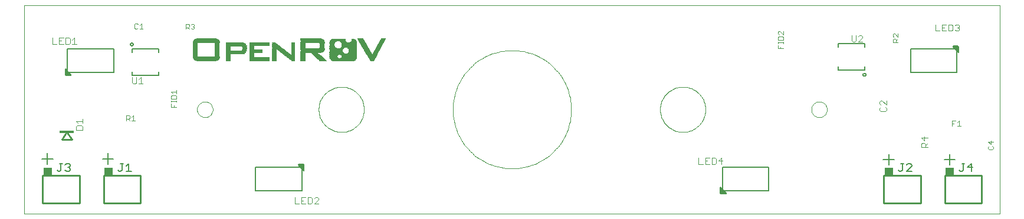
<source format=gto>
G75*
G70*
%OFA0B0*%
%FSLAX24Y24*%
%IPPOS*%
%LPD*%
%AMOC8*
5,1,8,0,0,1.08239X$1,22.5*
%
%ADD10C,0.0000*%
%ADD11C,0.0080*%
%ADD12C,0.0100*%
%ADD13C,0.0050*%
%ADD14R,0.0500X0.0500*%
%ADD15C,0.0040*%
%ADD16R,0.0827X0.0118*%
%ADD17C,0.0030*%
%ADD18R,0.0250X0.0010*%
%ADD19R,0.0170X0.0010*%
%ADD20R,0.0300X0.0010*%
%ADD21R,0.0040X0.0010*%
%ADD22R,0.1190X0.0010*%
%ADD23R,0.1120X0.0010*%
%ADD24R,0.1130X0.0010*%
%ADD25R,0.0240X0.0010*%
%ADD26R,0.0190X0.0010*%
%ADD27R,0.0420X0.0010*%
%ADD28R,0.1270X0.0010*%
%ADD29R,0.0210X0.0010*%
%ADD30R,0.1250X0.0010*%
%ADD31R,0.0200X0.0010*%
%ADD32R,0.0410X0.0010*%
%ADD33R,0.1310X0.0010*%
%ADD34R,0.0230X0.0010*%
%ADD35R,0.1280X0.0010*%
%ADD36R,0.1330X0.0010*%
%ADD37R,0.1320X0.0010*%
%ADD38R,0.0220X0.0010*%
%ADD39R,0.1370X0.0010*%
%ADD40R,0.1360X0.0010*%
%ADD41R,0.1400X0.0010*%
%ADD42R,0.0260X0.0010*%
%ADD43R,0.1410X0.0010*%
%ADD44R,0.0270X0.0010*%
%ADD45R,0.1430X0.0010*%
%ADD46R,0.0290X0.0010*%
%ADD47R,0.1420X0.0010*%
%ADD48R,0.0280X0.0010*%
%ADD49R,0.1450X0.0010*%
%ADD50R,0.0400X0.0010*%
%ADD51R,0.1460X0.0010*%
%ADD52R,0.1480X0.0010*%
%ADD53R,0.0310X0.0010*%
%ADD54R,0.1490X0.0010*%
%ADD55R,0.0330X0.0010*%
%ADD56R,0.1470X0.0010*%
%ADD57R,0.0340X0.0010*%
%ADD58R,0.1510X0.0010*%
%ADD59R,0.0350X0.0010*%
%ADD60R,0.0360X0.0010*%
%ADD61R,0.0520X0.0010*%
%ADD62R,0.0940X0.0010*%
%ADD63R,0.1500X0.0010*%
%ADD64R,0.0390X0.0010*%
%ADD65R,0.0500X0.0010*%
%ADD66R,0.0920X0.0010*%
%ADD67R,0.0370X0.0010*%
%ADD68R,0.0380X0.0010*%
%ADD69R,0.0900X0.0010*%
%ADD70R,0.1520X0.0010*%
%ADD71R,0.0490X0.0010*%
%ADD72R,0.0890X0.0010*%
%ADD73R,0.0880X0.0010*%
%ADD74R,0.1530X0.0010*%
%ADD75R,0.0480X0.0010*%
%ADD76R,0.0430X0.0010*%
%ADD77R,0.0470X0.0010*%
%ADD78R,0.0440X0.0010*%
%ADD79R,0.0870X0.0010*%
%ADD80R,0.0450X0.0010*%
%ADD81R,0.0460X0.0010*%
%ADD82R,0.0510X0.0010*%
%ADD83R,0.0530X0.0010*%
%ADD84R,0.0540X0.0010*%
%ADD85R,0.0550X0.0010*%
%ADD86R,0.0570X0.0010*%
%ADD87R,0.0560X0.0010*%
%ADD88R,0.0590X0.0010*%
%ADD89R,0.0580X0.0010*%
%ADD90R,0.0930X0.0010*%
%ADD91R,0.0600X0.0010*%
%ADD92R,0.1550X0.0010*%
%ADD93R,0.0320X0.0010*%
%ADD94R,0.1020X0.0010*%
%ADD95R,0.1040X0.0010*%
%ADD96R,0.1070X0.0010*%
%ADD97R,0.0840X0.0010*%
%ADD98R,0.1090X0.0010*%
%ADD99R,0.0820X0.0010*%
%ADD100R,0.1110X0.0010*%
%ADD101R,0.0760X0.0010*%
%ADD102R,0.0800X0.0010*%
%ADD103R,0.0790X0.0010*%
%ADD104R,0.1180X0.0010*%
%ADD105R,0.0780X0.0010*%
%ADD106R,0.1140X0.0010*%
%ADD107R,0.1240X0.0010*%
%ADD108R,0.0770X0.0010*%
%ADD109R,0.1150X0.0010*%
%ADD110R,0.1290X0.0010*%
%ADD111R,0.1160X0.0010*%
%ADD112R,0.0750X0.0010*%
%ADD113R,0.1340X0.0010*%
%ADD114R,0.1170X0.0010*%
%ADD115R,0.1350X0.0010*%
%ADD116R,0.0610X0.0010*%
%ADD117R,0.0860X0.0010*%
%ADD118R,0.0850X0.0010*%
%ADD119R,0.1050X0.0010*%
%ADD120R,0.1030X0.0010*%
%ADD121R,0.0180X0.0010*%
%ADD122R,0.1440X0.0010*%
%ADD123R,0.0830X0.0010*%
%ADD124R,0.1390X0.0010*%
%ADD125R,0.0810X0.0010*%
%ADD126R,0.1300X0.0010*%
%ADD127R,0.0160X0.0010*%
%ADD128R,0.0150X0.0010*%
%ADD129R,0.1210X0.0010*%
%ADD130R,0.1200X0.0010*%
%ADD131R,0.0720X0.0010*%
%ADD132R,0.0120X0.0010*%
D10*
X000377Y000280D02*
X055495Y000280D01*
X055495Y012091D01*
X000377Y012091D01*
X000377Y000280D01*
X010135Y006186D02*
X010137Y006227D01*
X010143Y006269D01*
X010152Y006309D01*
X010166Y006348D01*
X010183Y006386D01*
X010203Y006422D01*
X010227Y006456D01*
X010254Y006488D01*
X010284Y006517D01*
X010316Y006543D01*
X010351Y006566D01*
X010387Y006586D01*
X010425Y006602D01*
X010465Y006614D01*
X010506Y006623D01*
X010547Y006628D01*
X010588Y006629D01*
X010630Y006626D01*
X010671Y006619D01*
X010711Y006609D01*
X010750Y006594D01*
X010787Y006576D01*
X010823Y006555D01*
X010857Y006530D01*
X010888Y006503D01*
X010916Y006473D01*
X010941Y006440D01*
X010963Y006404D01*
X010982Y006367D01*
X010997Y006329D01*
X011009Y006289D01*
X011017Y006248D01*
X011021Y006207D01*
X011021Y006165D01*
X011017Y006124D01*
X011009Y006083D01*
X010997Y006043D01*
X010982Y006005D01*
X010963Y005968D01*
X010941Y005932D01*
X010916Y005899D01*
X010888Y005869D01*
X010857Y005842D01*
X010823Y005817D01*
X010787Y005796D01*
X010750Y005778D01*
X010711Y005763D01*
X010671Y005753D01*
X010630Y005746D01*
X010588Y005743D01*
X010547Y005744D01*
X010506Y005749D01*
X010465Y005758D01*
X010425Y005770D01*
X010387Y005786D01*
X010351Y005806D01*
X010316Y005829D01*
X010284Y005855D01*
X010254Y005884D01*
X010227Y005916D01*
X010203Y005950D01*
X010183Y005986D01*
X010166Y006024D01*
X010152Y006063D01*
X010143Y006103D01*
X010137Y006145D01*
X010135Y006186D01*
X017010Y006186D02*
X017012Y006257D01*
X017018Y006328D01*
X017028Y006399D01*
X017042Y006468D01*
X017059Y006537D01*
X017081Y006605D01*
X017106Y006672D01*
X017135Y006737D01*
X017167Y006800D01*
X017203Y006862D01*
X017242Y006921D01*
X017285Y006978D01*
X017330Y007033D01*
X017379Y007085D01*
X017430Y007134D01*
X017484Y007180D01*
X017541Y007224D01*
X017599Y007264D01*
X017660Y007300D01*
X017723Y007334D01*
X017788Y007363D01*
X017854Y007389D01*
X017922Y007412D01*
X017990Y007430D01*
X018060Y007445D01*
X018130Y007456D01*
X018201Y007463D01*
X018272Y007466D01*
X018343Y007465D01*
X018414Y007460D01*
X018485Y007451D01*
X018555Y007438D01*
X018624Y007422D01*
X018692Y007401D01*
X018759Y007377D01*
X018825Y007349D01*
X018888Y007317D01*
X018950Y007282D01*
X019010Y007244D01*
X019068Y007202D01*
X019123Y007158D01*
X019176Y007110D01*
X019226Y007059D01*
X019273Y007006D01*
X019317Y006950D01*
X019358Y006892D01*
X019396Y006831D01*
X019430Y006769D01*
X019460Y006704D01*
X019487Y006639D01*
X019511Y006571D01*
X019530Y006503D01*
X019546Y006434D01*
X019558Y006363D01*
X019566Y006293D01*
X019570Y006222D01*
X019570Y006150D01*
X019566Y006079D01*
X019558Y006009D01*
X019546Y005938D01*
X019530Y005869D01*
X019511Y005801D01*
X019487Y005733D01*
X019460Y005668D01*
X019430Y005603D01*
X019396Y005541D01*
X019358Y005480D01*
X019317Y005422D01*
X019273Y005366D01*
X019226Y005313D01*
X019176Y005262D01*
X019123Y005214D01*
X019068Y005170D01*
X019010Y005128D01*
X018950Y005090D01*
X018888Y005055D01*
X018825Y005023D01*
X018759Y004995D01*
X018692Y004971D01*
X018624Y004950D01*
X018555Y004934D01*
X018485Y004921D01*
X018414Y004912D01*
X018343Y004907D01*
X018272Y004906D01*
X018201Y004909D01*
X018130Y004916D01*
X018060Y004927D01*
X017990Y004942D01*
X017922Y004960D01*
X017854Y004983D01*
X017788Y005009D01*
X017723Y005038D01*
X017660Y005072D01*
X017599Y005108D01*
X017541Y005148D01*
X017484Y005192D01*
X017430Y005238D01*
X017379Y005287D01*
X017330Y005339D01*
X017285Y005394D01*
X017242Y005451D01*
X017203Y005510D01*
X017167Y005572D01*
X017135Y005635D01*
X017106Y005700D01*
X017081Y005767D01*
X017059Y005835D01*
X017042Y005904D01*
X017028Y005973D01*
X017018Y006044D01*
X017012Y006115D01*
X017010Y006186D01*
X024590Y006186D02*
X024594Y006350D01*
X024606Y006514D01*
X024626Y006677D01*
X024654Y006839D01*
X024690Y006999D01*
X024734Y007157D01*
X024786Y007313D01*
X024845Y007466D01*
X024911Y007617D01*
X024985Y007763D01*
X025066Y007906D01*
X025154Y008045D01*
X025248Y008179D01*
X025350Y008309D01*
X025457Y008433D01*
X025570Y008552D01*
X025689Y008665D01*
X025813Y008772D01*
X025943Y008874D01*
X026077Y008968D01*
X026216Y009056D01*
X026359Y009137D01*
X026505Y009211D01*
X026656Y009277D01*
X026809Y009336D01*
X026965Y009388D01*
X027123Y009432D01*
X027283Y009468D01*
X027445Y009496D01*
X027608Y009516D01*
X027772Y009528D01*
X027936Y009532D01*
X028100Y009528D01*
X028264Y009516D01*
X028427Y009496D01*
X028589Y009468D01*
X028749Y009432D01*
X028907Y009388D01*
X029063Y009336D01*
X029216Y009277D01*
X029367Y009211D01*
X029513Y009137D01*
X029656Y009056D01*
X029795Y008968D01*
X029929Y008874D01*
X030059Y008772D01*
X030183Y008665D01*
X030302Y008552D01*
X030415Y008433D01*
X030522Y008309D01*
X030624Y008179D01*
X030718Y008045D01*
X030806Y007906D01*
X030887Y007763D01*
X030961Y007617D01*
X031027Y007466D01*
X031086Y007313D01*
X031138Y007157D01*
X031182Y006999D01*
X031218Y006839D01*
X031246Y006677D01*
X031266Y006514D01*
X031278Y006350D01*
X031282Y006186D01*
X031278Y006022D01*
X031266Y005858D01*
X031246Y005695D01*
X031218Y005533D01*
X031182Y005373D01*
X031138Y005215D01*
X031086Y005059D01*
X031027Y004906D01*
X030961Y004755D01*
X030887Y004609D01*
X030806Y004466D01*
X030718Y004327D01*
X030624Y004193D01*
X030522Y004063D01*
X030415Y003939D01*
X030302Y003820D01*
X030183Y003707D01*
X030059Y003600D01*
X029929Y003498D01*
X029795Y003404D01*
X029656Y003316D01*
X029513Y003235D01*
X029367Y003161D01*
X029216Y003095D01*
X029063Y003036D01*
X028907Y002984D01*
X028749Y002940D01*
X028589Y002904D01*
X028427Y002876D01*
X028264Y002856D01*
X028100Y002844D01*
X027936Y002840D01*
X027772Y002844D01*
X027608Y002856D01*
X027445Y002876D01*
X027283Y002904D01*
X027123Y002940D01*
X026965Y002984D01*
X026809Y003036D01*
X026656Y003095D01*
X026505Y003161D01*
X026359Y003235D01*
X026216Y003316D01*
X026077Y003404D01*
X025943Y003498D01*
X025813Y003600D01*
X025689Y003707D01*
X025570Y003820D01*
X025457Y003939D01*
X025350Y004063D01*
X025248Y004193D01*
X025154Y004327D01*
X025066Y004466D01*
X024985Y004609D01*
X024911Y004755D01*
X024845Y004906D01*
X024786Y005059D01*
X024734Y005215D01*
X024690Y005373D01*
X024654Y005533D01*
X024626Y005695D01*
X024606Y005858D01*
X024594Y006022D01*
X024590Y006186D01*
X036302Y006186D02*
X036304Y006257D01*
X036310Y006328D01*
X036320Y006399D01*
X036334Y006468D01*
X036351Y006537D01*
X036373Y006605D01*
X036398Y006672D01*
X036427Y006737D01*
X036459Y006800D01*
X036495Y006862D01*
X036534Y006921D01*
X036577Y006978D01*
X036622Y007033D01*
X036671Y007085D01*
X036722Y007134D01*
X036776Y007180D01*
X036833Y007224D01*
X036891Y007264D01*
X036952Y007300D01*
X037015Y007334D01*
X037080Y007363D01*
X037146Y007389D01*
X037214Y007412D01*
X037282Y007430D01*
X037352Y007445D01*
X037422Y007456D01*
X037493Y007463D01*
X037564Y007466D01*
X037635Y007465D01*
X037706Y007460D01*
X037777Y007451D01*
X037847Y007438D01*
X037916Y007422D01*
X037984Y007401D01*
X038051Y007377D01*
X038117Y007349D01*
X038180Y007317D01*
X038242Y007282D01*
X038302Y007244D01*
X038360Y007202D01*
X038415Y007158D01*
X038468Y007110D01*
X038518Y007059D01*
X038565Y007006D01*
X038609Y006950D01*
X038650Y006892D01*
X038688Y006831D01*
X038722Y006769D01*
X038752Y006704D01*
X038779Y006639D01*
X038803Y006571D01*
X038822Y006503D01*
X038838Y006434D01*
X038850Y006363D01*
X038858Y006293D01*
X038862Y006222D01*
X038862Y006150D01*
X038858Y006079D01*
X038850Y006009D01*
X038838Y005938D01*
X038822Y005869D01*
X038803Y005801D01*
X038779Y005733D01*
X038752Y005668D01*
X038722Y005603D01*
X038688Y005541D01*
X038650Y005480D01*
X038609Y005422D01*
X038565Y005366D01*
X038518Y005313D01*
X038468Y005262D01*
X038415Y005214D01*
X038360Y005170D01*
X038302Y005128D01*
X038242Y005090D01*
X038180Y005055D01*
X038117Y005023D01*
X038051Y004995D01*
X037984Y004971D01*
X037916Y004950D01*
X037847Y004934D01*
X037777Y004921D01*
X037706Y004912D01*
X037635Y004907D01*
X037564Y004906D01*
X037493Y004909D01*
X037422Y004916D01*
X037352Y004927D01*
X037282Y004942D01*
X037214Y004960D01*
X037146Y004983D01*
X037080Y005009D01*
X037015Y005038D01*
X036952Y005072D01*
X036891Y005108D01*
X036833Y005148D01*
X036776Y005192D01*
X036722Y005238D01*
X036671Y005287D01*
X036622Y005339D01*
X036577Y005394D01*
X036534Y005451D01*
X036495Y005510D01*
X036459Y005572D01*
X036427Y005635D01*
X036398Y005700D01*
X036373Y005767D01*
X036351Y005835D01*
X036334Y005904D01*
X036320Y005973D01*
X036310Y006044D01*
X036304Y006115D01*
X036302Y006186D01*
X044851Y006186D02*
X044853Y006227D01*
X044859Y006269D01*
X044868Y006309D01*
X044882Y006348D01*
X044899Y006386D01*
X044919Y006422D01*
X044943Y006456D01*
X044970Y006488D01*
X045000Y006517D01*
X045032Y006543D01*
X045067Y006566D01*
X045103Y006586D01*
X045141Y006602D01*
X045181Y006614D01*
X045222Y006623D01*
X045263Y006628D01*
X045304Y006629D01*
X045346Y006626D01*
X045387Y006619D01*
X045427Y006609D01*
X045466Y006594D01*
X045503Y006576D01*
X045539Y006555D01*
X045573Y006530D01*
X045604Y006503D01*
X045632Y006473D01*
X045657Y006440D01*
X045679Y006404D01*
X045698Y006367D01*
X045713Y006329D01*
X045725Y006289D01*
X045733Y006248D01*
X045737Y006207D01*
X045737Y006165D01*
X045733Y006124D01*
X045725Y006083D01*
X045713Y006043D01*
X045698Y006005D01*
X045679Y005968D01*
X045657Y005932D01*
X045632Y005899D01*
X045604Y005869D01*
X045573Y005842D01*
X045539Y005817D01*
X045503Y005796D01*
X045466Y005778D01*
X045427Y005763D01*
X045387Y005753D01*
X045346Y005746D01*
X045304Y005743D01*
X045263Y005744D01*
X045222Y005749D01*
X045181Y005758D01*
X045141Y005770D01*
X045103Y005786D01*
X045067Y005806D01*
X045032Y005829D01*
X045000Y005855D01*
X044970Y005884D01*
X044943Y005916D01*
X044919Y005950D01*
X044899Y005986D01*
X044882Y006024D01*
X044868Y006063D01*
X044859Y006103D01*
X044853Y006145D01*
X044851Y006186D01*
D11*
X049216Y003657D02*
X049216Y003044D01*
X048909Y003350D02*
X049523Y003350D01*
X052354Y003350D02*
X052968Y003350D01*
X052661Y003044D02*
X052661Y003657D01*
X005399Y003400D02*
X004785Y003400D01*
X005092Y003707D02*
X005092Y003093D01*
X001983Y003400D02*
X001370Y003400D01*
X001677Y003707D02*
X001677Y003093D01*
D12*
X001404Y002447D02*
X003483Y002447D01*
X003483Y000869D01*
X001404Y000869D01*
X001404Y002447D01*
X004849Y002447D02*
X006928Y002447D01*
X006928Y000869D01*
X004849Y000869D01*
X004849Y002447D01*
X003058Y004494D02*
X002487Y004494D01*
X002763Y004908D01*
X003058Y004494D01*
X048944Y002447D02*
X048944Y000869D01*
X051023Y000869D01*
X051023Y002447D01*
X048944Y002447D01*
X052389Y002447D02*
X054467Y002447D01*
X054467Y000869D01*
X052389Y000869D01*
X052389Y002447D01*
D13*
X053203Y002758D02*
X053278Y002683D01*
X053353Y002683D01*
X053428Y002758D01*
X053428Y003133D01*
X053353Y003133D02*
X053503Y003133D01*
X053663Y002908D02*
X053889Y003133D01*
X053889Y002683D01*
X053964Y002908D02*
X053663Y002908D01*
X050519Y002983D02*
X050519Y003058D01*
X050444Y003133D01*
X050294Y003133D01*
X050219Y003058D01*
X050058Y003133D02*
X049908Y003133D01*
X049983Y003133D02*
X049983Y002758D01*
X049908Y002683D01*
X049833Y002683D01*
X049758Y002758D01*
X050219Y002683D02*
X050519Y002983D01*
X050519Y002683D02*
X050219Y002683D01*
X042428Y002918D02*
X042428Y001579D01*
X039822Y001579D01*
X039822Y002918D01*
X042428Y002918D01*
X040023Y001461D02*
X039708Y001776D01*
X039708Y001461D01*
X039747Y001422D01*
X040023Y001422D01*
X040023Y001461D01*
X040023Y001444D02*
X039725Y001444D01*
X039708Y001493D02*
X039991Y001493D01*
X039943Y001541D02*
X039708Y001541D01*
X039708Y001590D02*
X039894Y001590D01*
X039846Y001638D02*
X039708Y001638D01*
X039708Y001687D02*
X039797Y001687D01*
X039749Y001735D02*
X039708Y001735D01*
X016164Y002721D02*
X015849Y003036D01*
X015849Y003075D01*
X016125Y003075D01*
X016164Y003036D01*
X016164Y002721D01*
X016164Y002754D02*
X016132Y002754D01*
X016164Y002802D02*
X016083Y002802D01*
X016035Y002851D02*
X016164Y002851D01*
X016164Y002899D02*
X015986Y002899D01*
X016050Y002918D02*
X016050Y001579D01*
X013444Y001579D01*
X013444Y002918D01*
X016050Y002918D01*
X015938Y002948D02*
X016164Y002948D01*
X016164Y002996D02*
X015889Y002996D01*
X015849Y003045D02*
X016156Y003045D01*
X006424Y002683D02*
X006124Y002683D01*
X006274Y002683D02*
X006274Y003133D01*
X006124Y002983D01*
X005964Y003133D02*
X005814Y003133D01*
X005889Y003133D02*
X005889Y002758D01*
X005814Y002683D01*
X005739Y002683D01*
X005664Y002758D01*
X002979Y002758D02*
X002904Y002683D01*
X002754Y002683D01*
X002679Y002758D01*
X002829Y002908D02*
X002904Y002908D01*
X002979Y002833D01*
X002979Y002758D01*
X002904Y002908D02*
X002979Y002983D01*
X002979Y003058D01*
X002904Y003133D01*
X002754Y003133D01*
X002679Y003058D01*
X002519Y003133D02*
X002369Y003133D01*
X002444Y003133D02*
X002444Y002758D01*
X002369Y002683D01*
X002294Y002683D01*
X002219Y002758D01*
X002739Y008115D02*
X003015Y008115D01*
X003015Y008154D01*
X002700Y008469D01*
X002700Y008154D01*
X002739Y008115D01*
X002717Y008137D02*
X003015Y008137D01*
X002983Y008186D02*
X002700Y008186D01*
X002700Y008234D02*
X002935Y008234D01*
X002886Y008283D02*
X002700Y008283D01*
X002700Y008331D02*
X002838Y008331D01*
X002814Y008272D02*
X002814Y009611D01*
X005420Y009611D01*
X005420Y008272D01*
X002814Y008272D01*
X002789Y008380D02*
X002700Y008380D01*
X002700Y008428D02*
X002741Y008428D01*
X006450Y008328D02*
X006450Y008128D01*
X007950Y008128D01*
X007950Y008328D01*
X007950Y009428D02*
X007950Y009628D01*
X006450Y009628D01*
X006450Y009428D01*
X006371Y009878D02*
X006373Y009896D01*
X006379Y009912D01*
X006388Y009927D01*
X006401Y009940D01*
X006416Y009949D01*
X006432Y009955D01*
X006450Y009957D01*
X006468Y009955D01*
X006484Y009949D01*
X006499Y009940D01*
X006512Y009927D01*
X006521Y009912D01*
X006527Y009896D01*
X006529Y009878D01*
X006527Y009860D01*
X006521Y009844D01*
X006512Y009829D01*
X006499Y009816D01*
X006484Y009807D01*
X006468Y009801D01*
X006450Y009799D01*
X006432Y009801D01*
X006416Y009807D01*
X006401Y009816D01*
X006388Y009829D01*
X006379Y009844D01*
X006373Y009860D01*
X006371Y009878D01*
X046350Y009703D02*
X046350Y009903D01*
X047850Y009903D01*
X047850Y009703D01*
X050452Y009611D02*
X053058Y009611D01*
X053058Y008272D01*
X050452Y008272D01*
X050452Y009611D01*
X052857Y009729D02*
X053172Y009414D01*
X053172Y009729D01*
X053133Y009768D01*
X052857Y009768D01*
X052857Y009729D01*
X052857Y009738D02*
X053163Y009738D01*
X053172Y009689D02*
X052897Y009689D01*
X052945Y009641D02*
X053172Y009641D01*
X053172Y009592D02*
X052994Y009592D01*
X053042Y009544D02*
X053172Y009544D01*
X053172Y009495D02*
X053091Y009495D01*
X053139Y009447D02*
X053172Y009447D01*
X047850Y008603D02*
X047850Y008403D01*
X046350Y008403D01*
X046350Y008603D01*
X047771Y008153D02*
X047773Y008171D01*
X047779Y008187D01*
X047788Y008202D01*
X047801Y008215D01*
X047816Y008224D01*
X047832Y008230D01*
X047850Y008232D01*
X047868Y008230D01*
X047884Y008224D01*
X047899Y008215D01*
X047912Y008202D01*
X047921Y008187D01*
X047927Y008171D01*
X047929Y008153D01*
X047927Y008135D01*
X047921Y008119D01*
X047912Y008104D01*
X047899Y008091D01*
X047884Y008082D01*
X047868Y008076D01*
X047850Y008074D01*
X047832Y008076D01*
X047816Y008082D01*
X047801Y008091D01*
X047788Y008104D01*
X047779Y008119D01*
X047773Y008135D01*
X047771Y008153D01*
D14*
X049233Y002658D03*
X052678Y002658D03*
X005139Y002658D03*
X001694Y002658D03*
D15*
X003289Y005033D02*
X003289Y005214D01*
X003349Y005274D01*
X003589Y005274D01*
X003649Y005214D01*
X003649Y005033D01*
X003289Y005033D01*
X003409Y005402D02*
X003289Y005522D01*
X003649Y005522D01*
X003649Y005402D02*
X003649Y005642D01*
X006470Y007708D02*
X006530Y007648D01*
X006650Y007648D01*
X006710Y007708D01*
X006710Y008009D01*
X006838Y007889D02*
X006958Y008009D01*
X006958Y007648D01*
X006838Y007648D02*
X007078Y007648D01*
X006470Y007708D02*
X006470Y008009D01*
X003319Y009888D02*
X003079Y009888D01*
X003199Y009888D02*
X003199Y010248D01*
X003079Y010128D01*
X002951Y010188D02*
X002951Y009948D01*
X002891Y009888D01*
X002711Y009888D01*
X002711Y010248D01*
X002891Y010248D01*
X002951Y010188D01*
X002583Y010248D02*
X002342Y010248D01*
X002342Y009888D01*
X002583Y009888D01*
X002214Y009888D02*
X001974Y009888D01*
X001974Y010248D01*
X002342Y010068D02*
X002462Y010068D01*
X038482Y003456D02*
X038482Y003095D01*
X038722Y003095D01*
X038850Y003095D02*
X039090Y003095D01*
X039219Y003095D02*
X039399Y003095D01*
X039459Y003155D01*
X039459Y003396D01*
X039399Y003456D01*
X039219Y003456D01*
X039219Y003095D01*
X038970Y003275D02*
X038850Y003275D01*
X038850Y003095D02*
X038850Y003456D01*
X039090Y003456D01*
X039587Y003275D02*
X039827Y003275D01*
X039767Y003095D02*
X039767Y003456D01*
X039587Y003275D01*
X017002Y001142D02*
X017002Y001082D01*
X016762Y000842D01*
X017002Y000842D01*
X016633Y000902D02*
X016633Y001142D01*
X016573Y001202D01*
X016393Y001202D01*
X016393Y000842D01*
X016573Y000842D01*
X016633Y000902D01*
X016265Y000842D02*
X016025Y000842D01*
X016025Y001202D01*
X016265Y001202D01*
X016145Y001022D02*
X016025Y001022D01*
X015657Y001202D02*
X015657Y000842D01*
X015897Y000842D01*
X016762Y001142D02*
X016822Y001202D01*
X016942Y001202D01*
X017002Y001142D01*
X047134Y010083D02*
X047194Y010023D01*
X047314Y010023D01*
X047374Y010083D01*
X047374Y010384D01*
X047502Y010323D02*
X047562Y010384D01*
X047682Y010384D01*
X047742Y010323D01*
X047742Y010263D01*
X047502Y010023D01*
X047742Y010023D01*
X047134Y010083D02*
X047134Y010384D01*
X051865Y010635D02*
X052105Y010635D01*
X052233Y010635D02*
X052473Y010635D01*
X052601Y010635D02*
X052781Y010635D01*
X052841Y010695D01*
X052841Y010935D01*
X052781Y010995D01*
X052601Y010995D01*
X052601Y010635D01*
X052233Y010635D02*
X052233Y010995D01*
X052473Y010995D01*
X052353Y010815D02*
X052233Y010815D01*
X051865Y010995D02*
X051865Y010635D01*
X052969Y010695D02*
X053030Y010635D01*
X053150Y010635D01*
X053210Y010695D01*
X053210Y010755D01*
X053150Y010815D01*
X053090Y010815D01*
X053150Y010815D02*
X053210Y010875D01*
X053210Y010935D01*
X053150Y010995D01*
X053030Y010995D01*
X052969Y010935D01*
D16*
X002763Y004927D03*
D17*
X006147Y005563D02*
X006147Y005853D01*
X006292Y005853D01*
X006340Y005805D01*
X006340Y005708D01*
X006292Y005660D01*
X006147Y005660D01*
X006243Y005660D02*
X006340Y005563D01*
X006441Y005563D02*
X006635Y005563D01*
X006538Y005563D02*
X006538Y005853D01*
X006441Y005756D01*
X008675Y006309D02*
X008675Y006503D01*
X008675Y006604D02*
X008675Y006700D01*
X008675Y006652D02*
X008965Y006652D01*
X008965Y006604D02*
X008965Y006700D01*
X008965Y006800D02*
X008675Y006800D01*
X008675Y006945D01*
X008723Y006994D01*
X008917Y006994D01*
X008965Y006945D01*
X008965Y006800D01*
X008965Y007095D02*
X008965Y007288D01*
X008965Y007192D02*
X008675Y007192D01*
X008772Y007095D01*
X008820Y006406D02*
X008820Y006309D01*
X008965Y006309D02*
X008675Y006309D01*
X009492Y010736D02*
X009492Y011026D01*
X009637Y011026D01*
X009686Y010978D01*
X009686Y010881D01*
X009637Y010833D01*
X009492Y010833D01*
X009589Y010833D02*
X009686Y010736D01*
X009787Y010784D02*
X009835Y010736D01*
X009932Y010736D01*
X009980Y010784D01*
X009980Y010833D01*
X009932Y010881D01*
X009884Y010881D01*
X009932Y010881D02*
X009980Y010929D01*
X009980Y010978D01*
X009932Y011026D01*
X009835Y011026D01*
X009787Y010978D01*
X007081Y010765D02*
X006887Y010765D01*
X006984Y010765D02*
X006984Y011056D01*
X006887Y010959D01*
X006786Y011007D02*
X006738Y011056D01*
X006641Y011056D01*
X006593Y011007D01*
X006593Y010814D01*
X006641Y010765D01*
X006738Y010765D01*
X006786Y010814D01*
X042969Y010568D02*
X042969Y010472D01*
X043018Y010423D01*
X043018Y010322D02*
X042969Y010274D01*
X042969Y010129D01*
X043259Y010129D01*
X043259Y010274D01*
X043211Y010322D01*
X043018Y010322D01*
X043259Y010423D02*
X043066Y010617D01*
X043018Y010617D01*
X042969Y010568D01*
X043259Y010617D02*
X043259Y010423D01*
X043259Y010029D02*
X043259Y009932D01*
X043259Y009981D02*
X042969Y009981D01*
X042969Y010029D02*
X042969Y009932D01*
X042969Y009831D02*
X042969Y009638D01*
X043259Y009638D01*
X043114Y009638D02*
X043114Y009734D01*
X049455Y009999D02*
X049455Y010145D01*
X049503Y010193D01*
X049600Y010193D01*
X049648Y010145D01*
X049648Y009999D01*
X049648Y010096D02*
X049745Y010193D01*
X049745Y010294D02*
X049552Y010488D01*
X049503Y010488D01*
X049455Y010439D01*
X049455Y010342D01*
X049503Y010294D01*
X049745Y010294D02*
X049745Y010488D01*
X049745Y009999D02*
X049455Y009999D01*
X049083Y006690D02*
X049083Y006443D01*
X048836Y006690D01*
X048775Y006690D01*
X048713Y006628D01*
X048713Y006505D01*
X048775Y006443D01*
X048775Y006322D02*
X048713Y006260D01*
X048713Y006137D01*
X048775Y006075D01*
X049021Y006075D01*
X049083Y006137D01*
X049083Y006260D01*
X049021Y006322D01*
X052799Y005535D02*
X052993Y005535D01*
X053094Y005439D02*
X053190Y005535D01*
X053190Y005245D01*
X053094Y005245D02*
X053287Y005245D01*
X052896Y005390D02*
X052799Y005390D01*
X052799Y005245D02*
X052799Y005535D01*
X051423Y004597D02*
X051053Y004597D01*
X051238Y004411D01*
X051238Y004658D01*
X051238Y004290D02*
X051300Y004228D01*
X051300Y004043D01*
X051423Y004043D02*
X051053Y004043D01*
X051053Y004228D01*
X051115Y004290D01*
X051238Y004290D01*
X051300Y004166D02*
X051423Y004290D01*
X054840Y004360D02*
X054986Y004215D01*
X054986Y004408D01*
X055131Y004360D02*
X054840Y004360D01*
X054889Y004114D02*
X054840Y004065D01*
X054840Y003969D01*
X054889Y003920D01*
X055082Y003920D01*
X055131Y003969D01*
X055131Y004065D01*
X055082Y004114D01*
D18*
X020022Y008964D03*
X015542Y008984D03*
X012812Y009554D03*
X012812Y009564D03*
X011892Y009564D03*
X011892Y009554D03*
X011892Y009544D03*
X011892Y009534D03*
X011892Y009524D03*
X011892Y009514D03*
X011892Y009504D03*
X011892Y009574D03*
X011892Y009584D03*
X011892Y009594D03*
X011892Y009604D03*
X011892Y009614D03*
X011892Y009624D03*
X011892Y009634D03*
X011892Y009644D03*
X011892Y009654D03*
X011892Y009664D03*
X011892Y009674D03*
X011892Y009684D03*
X011892Y009694D03*
X011892Y009704D03*
X011892Y009714D03*
X011892Y009724D03*
X011892Y009734D03*
X011892Y009744D03*
X011892Y009754D03*
X012812Y009714D03*
X012812Y009704D03*
X011892Y009314D03*
X011892Y009304D03*
X011892Y009294D03*
X011892Y009284D03*
X011892Y009274D03*
X011892Y009264D03*
X011892Y009254D03*
X011892Y009244D03*
X011892Y009234D03*
X011892Y009224D03*
X011892Y009214D03*
X011892Y009204D03*
X011892Y009194D03*
X011892Y009184D03*
X011892Y009174D03*
X011892Y009164D03*
X011892Y009154D03*
X011892Y009144D03*
X011892Y009134D03*
X011892Y009124D03*
X011892Y009114D03*
X011892Y009104D03*
X011892Y009094D03*
X011892Y009084D03*
X011892Y009074D03*
X011892Y009064D03*
X011892Y009054D03*
X011892Y009044D03*
X011892Y009034D03*
X011892Y009024D03*
X011892Y009014D03*
X011892Y009004D03*
X011892Y008994D03*
X011892Y008984D03*
X011892Y008974D03*
X011892Y008964D03*
X011892Y008954D03*
X011892Y008944D03*
X011892Y008934D03*
X011892Y008924D03*
D19*
X015582Y008924D03*
X014472Y009954D03*
D20*
X016137Y009954D03*
X016137Y009944D03*
X016137Y009934D03*
X016137Y009924D03*
X016137Y009914D03*
X016137Y009904D03*
X016137Y009894D03*
X016137Y009884D03*
X016137Y009874D03*
X016137Y009864D03*
X016137Y009854D03*
X016137Y009844D03*
X016137Y009834D03*
X016137Y009824D03*
X016137Y009814D03*
X016137Y009804D03*
X016137Y009794D03*
X016137Y009784D03*
X016137Y009774D03*
X016137Y009764D03*
X016137Y009754D03*
X016137Y009744D03*
X016137Y009734D03*
X016137Y009724D03*
X016137Y009714D03*
X016137Y009704D03*
X016137Y009694D03*
X016137Y009684D03*
X016137Y009674D03*
X016137Y009664D03*
X016137Y009654D03*
X016137Y009644D03*
X016137Y009634D03*
X016137Y009624D03*
X016137Y009614D03*
X016137Y009384D03*
X016137Y009374D03*
X016137Y009364D03*
X016137Y009354D03*
X016137Y009344D03*
X016137Y009334D03*
X016137Y009324D03*
X016137Y009314D03*
X016137Y009304D03*
X016137Y009294D03*
X016137Y009284D03*
X016137Y009274D03*
X016137Y009264D03*
X016137Y009254D03*
X016137Y009244D03*
X016137Y009234D03*
X016137Y009224D03*
X016137Y009214D03*
X016137Y009204D03*
X016137Y009194D03*
X016137Y009184D03*
X016137Y009174D03*
X016137Y009164D03*
X016137Y009154D03*
X016137Y009144D03*
X016137Y009134D03*
X016137Y009124D03*
X016137Y009114D03*
X016137Y009104D03*
X016137Y009094D03*
X016137Y009084D03*
X016137Y009074D03*
X016137Y009064D03*
X016137Y009054D03*
X016137Y009044D03*
X016137Y009034D03*
X016137Y009024D03*
X016137Y009014D03*
X016137Y009004D03*
X016137Y008994D03*
X016137Y008984D03*
X016137Y008974D03*
X016137Y008964D03*
X016137Y008954D03*
X016137Y008944D03*
X016137Y008934D03*
X016137Y008924D03*
X015517Y009024D03*
X017207Y009644D03*
X017207Y009654D03*
X017767Y009754D03*
X017767Y009764D03*
X017767Y009904D03*
X017767Y009914D03*
X017207Y009914D03*
X018997Y010034D03*
X020487Y009844D03*
X020017Y009014D03*
D21*
X017077Y008924D03*
D22*
X018392Y008924D03*
D23*
X012327Y009384D03*
X012327Y009884D03*
X010657Y010174D03*
X010657Y008934D03*
D24*
X012332Y009394D03*
X013662Y009124D03*
X013662Y009114D03*
X013662Y009104D03*
X013662Y009094D03*
X013662Y009084D03*
X013662Y009074D03*
X013662Y009064D03*
X013662Y009054D03*
X013662Y009044D03*
X013662Y009034D03*
X013662Y009024D03*
X013662Y009014D03*
X013662Y009004D03*
X013662Y008994D03*
X013662Y008984D03*
X013662Y008974D03*
X013662Y008964D03*
X013662Y008954D03*
X013662Y008944D03*
X013662Y008934D03*
X012332Y009874D03*
D25*
X012817Y009694D03*
X012817Y009684D03*
X012817Y009674D03*
X012817Y009664D03*
X012817Y009654D03*
X012817Y009644D03*
X012817Y009634D03*
X012817Y009624D03*
X012817Y009614D03*
X012817Y009604D03*
X012817Y009594D03*
X012817Y009584D03*
X012817Y009574D03*
X014507Y009574D03*
X014507Y009564D03*
X014507Y009554D03*
X014507Y009544D03*
X014507Y009534D03*
X014507Y009524D03*
X014507Y009514D03*
X014507Y009504D03*
X014507Y009494D03*
X014507Y009484D03*
X014507Y009474D03*
X014507Y009464D03*
X014507Y009454D03*
X014507Y009444D03*
X014507Y009434D03*
X014507Y009424D03*
X014507Y009414D03*
X014507Y009404D03*
X014507Y009394D03*
X014507Y009384D03*
X014507Y009374D03*
X014507Y009364D03*
X014507Y009354D03*
X014507Y009344D03*
X014507Y009334D03*
X014507Y009324D03*
X014507Y009314D03*
X014507Y009304D03*
X014507Y009294D03*
X014507Y009284D03*
X014507Y009274D03*
X014507Y009264D03*
X014507Y009254D03*
X014507Y009244D03*
X014507Y009234D03*
X014507Y009224D03*
X014507Y009214D03*
X014507Y009204D03*
X014507Y009194D03*
X014507Y009184D03*
X014507Y009174D03*
X014507Y009164D03*
X014507Y009154D03*
X014507Y009144D03*
X014507Y009134D03*
X014507Y009124D03*
X014507Y009114D03*
X014507Y009104D03*
X014507Y009094D03*
X014507Y009084D03*
X014507Y009074D03*
X014507Y009064D03*
X014507Y009054D03*
X014507Y009044D03*
X014507Y009034D03*
X014507Y009024D03*
X014507Y009014D03*
X014507Y009004D03*
X014507Y008994D03*
X014507Y008984D03*
X014507Y008974D03*
X014507Y008964D03*
X014507Y008954D03*
X014507Y008944D03*
X014507Y008934D03*
X015547Y008974D03*
X014507Y009584D03*
X014507Y009594D03*
X014507Y009894D03*
X018307Y009634D03*
X018987Y010084D03*
X018987Y010094D03*
D26*
X018972Y010134D03*
X015572Y008934D03*
D27*
X015457Y009114D03*
X017207Y008974D03*
X017227Y008964D03*
X017237Y008954D03*
X017257Y008934D03*
X020027Y009114D03*
X014597Y009754D03*
D28*
X016622Y009414D03*
X018392Y008934D03*
X016622Y010134D03*
D29*
X014492Y009924D03*
X015562Y008954D03*
X020022Y008934D03*
X018982Y010114D03*
D30*
X016612Y010144D03*
X010652Y008944D03*
D31*
X014487Y009934D03*
X015567Y008944D03*
X018977Y010124D03*
D32*
X018962Y009954D03*
X020022Y009104D03*
X017242Y008944D03*
X017202Y008984D03*
X017192Y008994D03*
X017172Y009004D03*
X014592Y009764D03*
D33*
X016642Y009444D03*
X018392Y008944D03*
X016642Y010104D03*
D34*
X015552Y009944D03*
X015552Y009934D03*
X015552Y009924D03*
X015552Y009914D03*
X015552Y009904D03*
X015552Y009894D03*
X015552Y009884D03*
X015552Y009874D03*
X015552Y009864D03*
X015552Y009854D03*
X015552Y009844D03*
X015552Y009834D03*
X015552Y009824D03*
X015552Y009814D03*
X015552Y009804D03*
X015552Y009794D03*
X015552Y009784D03*
X015552Y009774D03*
X015552Y009764D03*
X015552Y009754D03*
X015552Y009744D03*
X015552Y009734D03*
X015552Y009724D03*
X015552Y009714D03*
X015552Y009704D03*
X015552Y009694D03*
X015552Y009684D03*
X015552Y009674D03*
X015552Y009664D03*
X015552Y009654D03*
X015552Y009644D03*
X015552Y009634D03*
X015552Y009624D03*
X015552Y009614D03*
X015552Y009604D03*
X015552Y009594D03*
X015552Y009584D03*
X015552Y009574D03*
X015552Y009564D03*
X015552Y009554D03*
X015552Y009544D03*
X015552Y009534D03*
X015552Y009524D03*
X015552Y009514D03*
X015552Y009504D03*
X015552Y009494D03*
X015552Y009484D03*
X015552Y009474D03*
X015552Y009464D03*
X015552Y009454D03*
X015552Y009444D03*
X015552Y009434D03*
X015552Y009424D03*
X015552Y009414D03*
X015552Y009404D03*
X015552Y009394D03*
X015552Y009384D03*
X015552Y009374D03*
X015552Y009364D03*
X015552Y009354D03*
X015552Y009344D03*
X015552Y009334D03*
X015552Y009324D03*
X015552Y009314D03*
X015552Y009304D03*
X015552Y009294D03*
X015552Y009284D03*
X015552Y009274D03*
X015552Y009264D03*
X014502Y009904D03*
X014502Y009914D03*
X018362Y009664D03*
X020022Y008954D03*
X020022Y008944D03*
D35*
X016627Y009424D03*
X010657Y008954D03*
X010657Y010154D03*
D36*
X016652Y010074D03*
X018392Y008954D03*
D37*
X016647Y009454D03*
X016647Y009464D03*
X016647Y010084D03*
X016647Y010094D03*
X010657Y008964D03*
D38*
X015557Y008964D03*
X018327Y009644D03*
X018337Y009654D03*
X018987Y010104D03*
D39*
X016672Y009974D03*
X016672Y009964D03*
X016672Y009604D03*
X016672Y009594D03*
X016672Y009584D03*
X016672Y009574D03*
X016672Y009564D03*
X016672Y009554D03*
X018392Y008964D03*
X010652Y008984D03*
X010652Y010124D03*
D40*
X010657Y008974D03*
X016667Y009534D03*
X016667Y009544D03*
X016667Y009984D03*
X016667Y009994D03*
X016667Y010004D03*
D41*
X018397Y008974D03*
X010657Y008994D03*
D42*
X012807Y009534D03*
X012807Y009544D03*
X013227Y009564D03*
X013227Y009574D03*
X013227Y009584D03*
X013227Y009594D03*
X013227Y009604D03*
X013227Y009614D03*
X013227Y009624D03*
X013227Y009634D03*
X013227Y009644D03*
X013227Y009654D03*
X013227Y009664D03*
X013227Y009674D03*
X013227Y009684D03*
X013227Y009694D03*
X013227Y009704D03*
X013227Y009714D03*
X013227Y009724D03*
X013227Y009734D03*
X013227Y009744D03*
X013227Y009754D03*
X013227Y009764D03*
X012807Y009734D03*
X012807Y009724D03*
X013227Y009364D03*
X013227Y009354D03*
X013227Y009344D03*
X013227Y009334D03*
X013227Y009324D03*
X013227Y009314D03*
X013227Y009304D03*
X013227Y009294D03*
X013227Y009284D03*
X013227Y009274D03*
X013227Y009264D03*
X013227Y009254D03*
X013227Y009244D03*
X013227Y009234D03*
X013227Y009224D03*
X013227Y009214D03*
X013227Y009204D03*
X013227Y009194D03*
X013227Y009184D03*
X013227Y009174D03*
X013227Y009164D03*
X013227Y009154D03*
X013227Y009144D03*
X013227Y009134D03*
X014517Y009884D03*
X018997Y010064D03*
X018997Y010074D03*
X020027Y008974D03*
D43*
X018392Y008984D03*
X010652Y010104D03*
D44*
X012802Y009744D03*
X012802Y009524D03*
X014522Y009874D03*
X015532Y008994D03*
X018392Y009674D03*
X019002Y010054D03*
X020022Y008984D03*
D45*
X018392Y008994D03*
X010652Y009014D03*
X010652Y010094D03*
D46*
X012792Y009754D03*
X012792Y009504D03*
X014532Y009854D03*
X014532Y009864D03*
X017212Y009864D03*
X017212Y009854D03*
X017212Y009844D03*
X017212Y009834D03*
X017212Y009824D03*
X017212Y009814D03*
X017212Y009804D03*
X017212Y009794D03*
X017212Y009784D03*
X017212Y009774D03*
X017212Y009764D03*
X017212Y009754D03*
X017212Y009744D03*
X017212Y009734D03*
X017212Y009724D03*
X017212Y009714D03*
X017212Y009704D03*
X017212Y009694D03*
X017212Y009684D03*
X017212Y009674D03*
X017212Y009664D03*
X017762Y009774D03*
X017762Y009784D03*
X017762Y009794D03*
X017762Y009804D03*
X017762Y009814D03*
X017762Y009824D03*
X017762Y009834D03*
X017762Y009844D03*
X017762Y009854D03*
X017762Y009864D03*
X017762Y009874D03*
X017762Y009884D03*
X017762Y009894D03*
X017212Y009894D03*
X017212Y009884D03*
X017212Y009874D03*
X017212Y009904D03*
X018272Y009624D03*
X020182Y009284D03*
X020192Y009304D03*
X020212Y009344D03*
X020222Y009364D03*
X020242Y009394D03*
X020252Y009414D03*
X020252Y009424D03*
X020262Y009434D03*
X020272Y009444D03*
X020272Y009454D03*
X020282Y009474D03*
X020292Y009484D03*
X020302Y009504D03*
X020312Y009524D03*
X020322Y009534D03*
X020322Y009544D03*
X020332Y009564D03*
X020342Y009584D03*
X020352Y009594D03*
X020362Y009614D03*
X020362Y009624D03*
X020372Y009634D03*
X020382Y009644D03*
X020382Y009654D03*
X020392Y009674D03*
X020412Y009704D03*
X020412Y009714D03*
X020422Y009724D03*
X020442Y009764D03*
X020452Y009784D03*
X020472Y009814D03*
X020502Y009874D03*
X020512Y009894D03*
X020522Y009904D03*
X020522Y009914D03*
X020532Y009924D03*
X020542Y009954D03*
X020552Y009964D03*
X020562Y009984D03*
X020582Y010014D03*
X020592Y010044D03*
X020612Y010074D03*
X020622Y010094D03*
X020642Y010124D03*
X020652Y010144D03*
X020652Y010154D03*
X020022Y009004D03*
X020022Y008994D03*
D47*
X010657Y009004D03*
D48*
X011277Y009164D03*
X011277Y009174D03*
X011277Y009184D03*
X011277Y009194D03*
X011277Y009204D03*
X011277Y009214D03*
X011277Y009224D03*
X011277Y009234D03*
X011277Y009244D03*
X011277Y009254D03*
X011277Y009264D03*
X011277Y009274D03*
X011277Y009284D03*
X011277Y009294D03*
X011277Y009304D03*
X011277Y009314D03*
X011277Y009324D03*
X011277Y009334D03*
X011277Y009344D03*
X011277Y009354D03*
X011277Y009364D03*
X011277Y009374D03*
X011277Y009384D03*
X011277Y009394D03*
X011277Y009404D03*
X011277Y009414D03*
X011277Y009424D03*
X011277Y009434D03*
X011277Y009444D03*
X011277Y009454D03*
X011277Y009464D03*
X011277Y009474D03*
X011277Y009484D03*
X011277Y009494D03*
X011277Y009504D03*
X011277Y009514D03*
X011277Y009524D03*
X011277Y009534D03*
X011277Y009544D03*
X011277Y009554D03*
X011277Y009564D03*
X011277Y009574D03*
X011277Y009584D03*
X011277Y009594D03*
X011277Y009604D03*
X011277Y009614D03*
X011277Y009624D03*
X011277Y009634D03*
X011277Y009644D03*
X011277Y009654D03*
X011277Y009664D03*
X011277Y009674D03*
X011277Y009684D03*
X011277Y009694D03*
X011277Y009704D03*
X011277Y009714D03*
X011277Y009724D03*
X011277Y009734D03*
X011277Y009744D03*
X011277Y009754D03*
X011277Y009764D03*
X011277Y009774D03*
X011277Y009784D03*
X011277Y009794D03*
X011277Y009804D03*
X011277Y009814D03*
X011277Y009824D03*
X011277Y009834D03*
X011277Y009844D03*
X011277Y009854D03*
X011277Y009864D03*
X011277Y009874D03*
X011277Y009884D03*
X011277Y009894D03*
X011277Y009904D03*
X011277Y009914D03*
X011277Y009924D03*
X011277Y009934D03*
X011277Y009944D03*
X010027Y009944D03*
X010027Y009934D03*
X010027Y009924D03*
X010027Y009914D03*
X010027Y009904D03*
X010027Y009894D03*
X010027Y009884D03*
X010027Y009874D03*
X010027Y009864D03*
X010027Y009854D03*
X010027Y009844D03*
X010027Y009834D03*
X010027Y009824D03*
X010027Y009814D03*
X010027Y009804D03*
X010027Y009794D03*
X010027Y009784D03*
X010027Y009774D03*
X010027Y009764D03*
X010027Y009754D03*
X010027Y009744D03*
X010027Y009734D03*
X010027Y009724D03*
X010027Y009714D03*
X010027Y009704D03*
X010027Y009694D03*
X010027Y009684D03*
X010027Y009674D03*
X010027Y009664D03*
X010027Y009654D03*
X010027Y009644D03*
X010027Y009634D03*
X010027Y009624D03*
X010027Y009614D03*
X010027Y009604D03*
X010027Y009594D03*
X010027Y009584D03*
X010027Y009574D03*
X010027Y009564D03*
X010027Y009554D03*
X010027Y009544D03*
X010027Y009534D03*
X010027Y009524D03*
X010027Y009514D03*
X010027Y009504D03*
X010027Y009494D03*
X010027Y009484D03*
X010027Y009474D03*
X010027Y009464D03*
X010027Y009454D03*
X010027Y009444D03*
X010027Y009434D03*
X010027Y009424D03*
X010027Y009414D03*
X010027Y009404D03*
X010027Y009394D03*
X010027Y009384D03*
X010027Y009374D03*
X010027Y009364D03*
X010027Y009354D03*
X010027Y009344D03*
X010027Y009334D03*
X010027Y009324D03*
X010027Y009314D03*
X010027Y009304D03*
X010027Y009294D03*
X010027Y009284D03*
X010027Y009274D03*
X010027Y009264D03*
X010027Y009254D03*
X010027Y009244D03*
X010027Y009234D03*
X010027Y009224D03*
X010027Y009214D03*
X010027Y009204D03*
X010027Y009194D03*
X010027Y009184D03*
X010027Y009174D03*
X010027Y009164D03*
X012797Y009514D03*
X015527Y009014D03*
X015527Y009004D03*
X018997Y010044D03*
X020427Y009744D03*
X020427Y009734D03*
X020437Y009754D03*
X020447Y009774D03*
X020457Y009794D03*
X020467Y009804D03*
X020477Y009824D03*
X020477Y009834D03*
X020497Y009854D03*
X020497Y009864D03*
X020507Y009884D03*
X020537Y009934D03*
X020537Y009944D03*
X020557Y009974D03*
X020567Y009994D03*
X020577Y010004D03*
X020587Y010024D03*
X020587Y010034D03*
X020607Y010054D03*
X020607Y010064D03*
X020617Y010084D03*
X020627Y010104D03*
X020637Y010114D03*
X020647Y010134D03*
X020657Y010164D03*
X020667Y010174D03*
X020407Y009694D03*
X020397Y009684D03*
X020387Y009664D03*
X020357Y009604D03*
X020337Y009574D03*
X020327Y009554D03*
X020307Y009514D03*
X020297Y009494D03*
X020277Y009464D03*
X020247Y009404D03*
X020237Y009384D03*
X020227Y009374D03*
X020217Y009354D03*
X020207Y009334D03*
X020207Y009324D03*
X020197Y009314D03*
X020187Y009294D03*
D49*
X018392Y009004D03*
D50*
X017167Y009014D03*
X017157Y009024D03*
X017137Y009034D03*
X017137Y009044D03*
X017127Y009054D03*
X017107Y009064D03*
X017077Y009094D03*
X015467Y009104D03*
X017817Y009644D03*
X017837Y010034D03*
X018337Y010044D03*
X014587Y009774D03*
X020017Y009094D03*
D51*
X018397Y009014D03*
X010657Y009024D03*
X010657Y009034D03*
X010657Y010074D03*
D52*
X010657Y010054D03*
X018387Y009024D03*
D53*
X019802Y009404D03*
X019822Y009374D03*
X019842Y009334D03*
X019862Y009304D03*
X019862Y009294D03*
X020022Y009024D03*
X017202Y009634D03*
X017772Y009734D03*
X017772Y009744D03*
X017772Y009924D03*
X017772Y009934D03*
X017202Y009934D03*
X017202Y009924D03*
X018402Y010004D03*
X018422Y009984D03*
X019002Y010024D03*
X015512Y009034D03*
X014542Y009844D03*
D54*
X010652Y010044D03*
X010652Y009064D03*
X010652Y009054D03*
X018392Y009044D03*
X018392Y009034D03*
D55*
X020022Y009034D03*
X019762Y009474D03*
X019732Y009524D03*
X019722Y009544D03*
X019702Y009584D03*
X019672Y009634D03*
X019662Y009654D03*
X019642Y009684D03*
X019632Y009704D03*
X019622Y009724D03*
X019612Y009734D03*
X019602Y009754D03*
X019592Y009774D03*
X019562Y009824D03*
X019562Y009834D03*
X019552Y009844D03*
X019542Y009854D03*
X019542Y009864D03*
X019532Y009874D03*
X019532Y009884D03*
X019512Y009914D03*
X019502Y009934D03*
X019492Y009954D03*
X019482Y009964D03*
X019472Y009984D03*
X019452Y010014D03*
X019432Y010054D03*
X019432Y010064D03*
X019422Y010074D03*
X019412Y010094D03*
X019402Y010104D03*
X019382Y010144D03*
X018992Y010004D03*
X018442Y009964D03*
X018392Y010014D03*
X017782Y009964D03*
X017782Y009704D03*
X017192Y009624D03*
X017192Y009614D03*
X014552Y009824D03*
X015502Y009044D03*
D56*
X010652Y009044D03*
X010652Y010064D03*
D57*
X015497Y009054D03*
X016757Y009384D03*
X016767Y009374D03*
X016787Y009354D03*
X017787Y009694D03*
X017787Y009974D03*
X018367Y010024D03*
X018987Y009994D03*
X019367Y010164D03*
X019367Y010174D03*
X019377Y010154D03*
X019387Y010134D03*
X019397Y010124D03*
X019397Y010114D03*
X019417Y010084D03*
X019437Y010044D03*
X019447Y010034D03*
X019447Y010024D03*
X019467Y010004D03*
X019467Y009994D03*
X019477Y009974D03*
X019497Y009944D03*
X019507Y009924D03*
X019527Y009894D03*
X019567Y009814D03*
X019587Y009784D03*
X017187Y009954D03*
X020017Y009044D03*
D58*
X018392Y009054D03*
X010652Y009084D03*
D59*
X014562Y009814D03*
X016782Y009364D03*
X016802Y009344D03*
X016812Y009334D03*
X016822Y009324D03*
X016852Y009294D03*
X017792Y009674D03*
X017792Y009684D03*
X017792Y009984D03*
X017802Y009994D03*
X018362Y010034D03*
X018462Y009954D03*
X018982Y009984D03*
X020022Y009054D03*
D60*
X020017Y009064D03*
X016887Y009264D03*
X016867Y009284D03*
X016847Y009304D03*
X016837Y009314D03*
X015487Y009074D03*
X015487Y009064D03*
X015247Y009264D03*
X015047Y009424D03*
X014567Y009804D03*
X017807Y010004D03*
X017817Y010014D03*
D61*
X018907Y009644D03*
X018907Y009354D03*
X017877Y009274D03*
X017877Y009264D03*
X017897Y009064D03*
X020017Y009204D03*
X014647Y009674D03*
X014647Y009684D03*
D62*
X018687Y009064D03*
D63*
X010657Y009074D03*
X010657Y010024D03*
X010657Y010034D03*
D64*
X015472Y009094D03*
X017022Y009144D03*
X017042Y009124D03*
X017072Y009104D03*
X017092Y009084D03*
X017102Y009074D03*
X017812Y009654D03*
X017832Y010024D03*
X018972Y009964D03*
X020022Y009084D03*
D65*
X020017Y009184D03*
X018917Y009374D03*
X017867Y009254D03*
X017877Y009084D03*
X017887Y009074D03*
X014637Y009694D03*
D66*
X018707Y009264D03*
X018697Y009074D03*
D67*
X020022Y009074D03*
X017802Y009664D03*
X016952Y009204D03*
X016942Y009214D03*
X016922Y009234D03*
X016912Y009244D03*
X016902Y009254D03*
X016882Y009274D03*
X016972Y009194D03*
X017002Y009164D03*
X015222Y009284D03*
X015202Y009304D03*
X015182Y009314D03*
X015172Y009324D03*
X015162Y009334D03*
X015142Y009344D03*
X015132Y009354D03*
X015122Y009364D03*
X015112Y009374D03*
X015092Y009384D03*
X015082Y009394D03*
X015072Y009404D03*
X015052Y009414D03*
X015032Y009434D03*
X015012Y009444D03*
X015012Y009454D03*
X014992Y009464D03*
X014982Y009474D03*
X014972Y009484D03*
X014952Y009494D03*
X014942Y009504D03*
X014932Y009514D03*
X014922Y009524D03*
X014902Y009534D03*
X014892Y009544D03*
X014882Y009554D03*
X014872Y009564D03*
X014852Y009574D03*
X014842Y009584D03*
X014832Y009594D03*
X014572Y009794D03*
D68*
X014577Y009784D03*
X015207Y009294D03*
X015237Y009274D03*
X015477Y009084D03*
X016937Y009224D03*
X016977Y009184D03*
X016987Y009174D03*
X017007Y009154D03*
X017037Y009134D03*
X017057Y009114D03*
X018977Y009974D03*
D69*
X018717Y009684D03*
X018717Y009254D03*
X018707Y009084D03*
D70*
X010657Y009094D03*
X010657Y009104D03*
X010657Y010004D03*
X010657Y010014D03*
D71*
X014632Y009704D03*
X015422Y009174D03*
X017862Y009104D03*
X017862Y009094D03*
X017862Y009244D03*
X018922Y009384D03*
X018922Y009614D03*
X018922Y009624D03*
X020022Y009174D03*
D72*
X018722Y009114D03*
X018712Y009094D03*
X018722Y009234D03*
X018722Y009244D03*
X018062Y009324D03*
X018722Y009694D03*
D73*
X018727Y009704D03*
X018727Y009714D03*
X018087Y010054D03*
X018087Y010064D03*
X018727Y009224D03*
X018727Y009214D03*
X018727Y009124D03*
X018717Y009104D03*
D74*
X010652Y009114D03*
X010652Y009124D03*
X010652Y009134D03*
X010652Y009144D03*
X010652Y009154D03*
X010652Y009954D03*
X010652Y009964D03*
X010652Y009974D03*
X010652Y009984D03*
X010652Y009994D03*
D75*
X014627Y009714D03*
X015427Y009164D03*
X017857Y009114D03*
X017857Y009224D03*
X017857Y009234D03*
X018927Y009394D03*
X018927Y009604D03*
X017857Y009624D03*
D76*
X017832Y009634D03*
X015452Y009124D03*
D77*
X015432Y009154D03*
X017852Y009134D03*
X017852Y009124D03*
X017852Y009204D03*
X017852Y009214D03*
X018932Y009404D03*
X018932Y009414D03*
X018932Y009584D03*
X018932Y009594D03*
X020022Y009164D03*
D78*
X020017Y009134D03*
X020017Y009124D03*
X018947Y009494D03*
X018947Y009504D03*
X015447Y009134D03*
X014607Y009734D03*
X014607Y009744D03*
D79*
X018052Y009334D03*
X018732Y009204D03*
X018732Y009194D03*
X018732Y009184D03*
X018732Y009174D03*
X018732Y009164D03*
X018732Y009154D03*
X018732Y009144D03*
X018732Y009134D03*
X018732Y009724D03*
X018732Y009734D03*
X018732Y009934D03*
X018732Y009944D03*
D80*
X017872Y010044D03*
X018942Y009544D03*
X018942Y009534D03*
X018942Y009524D03*
X018942Y009514D03*
X018942Y009484D03*
X018942Y009474D03*
X018942Y009464D03*
X020022Y009144D03*
X015442Y009144D03*
D81*
X017847Y009144D03*
X017847Y009154D03*
X017847Y009164D03*
X017847Y009174D03*
X017847Y009184D03*
X017847Y009194D03*
X018937Y009424D03*
X018937Y009434D03*
X018937Y009444D03*
X018937Y009454D03*
X018937Y009554D03*
X018937Y009564D03*
X018937Y009574D03*
X020017Y009154D03*
X014617Y009724D03*
D82*
X015412Y009194D03*
X015412Y009184D03*
X018912Y009364D03*
X018912Y009634D03*
X020022Y009194D03*
D83*
X020022Y009214D03*
X018902Y009654D03*
X015402Y009204D03*
D84*
X015397Y009214D03*
X014657Y009664D03*
X018897Y009344D03*
X020017Y009224D03*
D85*
X015392Y009224D03*
X014662Y009654D03*
D86*
X015382Y009244D03*
X015382Y009234D03*
X018882Y009334D03*
D87*
X018887Y009664D03*
X020017Y009244D03*
X020017Y009234D03*
X014667Y009644D03*
D88*
X014682Y009624D03*
X015372Y009254D03*
X018872Y009324D03*
D89*
X020017Y009264D03*
X020017Y009254D03*
X014677Y009634D03*
D90*
X018702Y009274D03*
D91*
X020017Y009274D03*
X014687Y009614D03*
D92*
X018392Y009314D03*
X018392Y009304D03*
X018392Y009294D03*
X018392Y009284D03*
D93*
X019637Y009694D03*
X019647Y009674D03*
X019657Y009664D03*
X019667Y009644D03*
X019677Y009624D03*
X019687Y009614D03*
X019687Y009604D03*
X019697Y009594D03*
X019707Y009574D03*
X019717Y009564D03*
X019717Y009554D03*
X019727Y009534D03*
X019737Y009514D03*
X019747Y009504D03*
X019747Y009494D03*
X019757Y009484D03*
X019767Y009464D03*
X019777Y009454D03*
X019777Y009444D03*
X019787Y009434D03*
X019797Y009424D03*
X019797Y009414D03*
X019807Y009394D03*
X019807Y009384D03*
X019827Y009364D03*
X019827Y009354D03*
X019837Y009344D03*
X019847Y009324D03*
X019857Y009314D03*
X019867Y009284D03*
X019627Y009714D03*
X019607Y009744D03*
X019597Y009764D03*
X019577Y009794D03*
X019577Y009804D03*
X019517Y009904D03*
X018997Y010014D03*
X018437Y009974D03*
X018407Y009994D03*
X017777Y009954D03*
X017777Y009944D03*
X017197Y009944D03*
X017777Y009724D03*
X017777Y009714D03*
X014547Y009834D03*
D94*
X012277Y009324D03*
D95*
X012287Y009334D03*
D96*
X012302Y009344D03*
X012302Y009924D03*
D97*
X018037Y009344D03*
X018747Y009794D03*
X018747Y009804D03*
X018747Y009814D03*
X018747Y009824D03*
X018747Y009834D03*
X018747Y009844D03*
X018747Y009854D03*
X018747Y009864D03*
X018747Y009874D03*
X018097Y010094D03*
D98*
X012312Y009914D03*
X012312Y009904D03*
X012312Y009364D03*
X012312Y009354D03*
D99*
X018027Y009354D03*
X018027Y009364D03*
D100*
X013652Y009774D03*
X013652Y009784D03*
X013652Y009794D03*
X013652Y009804D03*
X013652Y009814D03*
X013652Y009824D03*
X013652Y009834D03*
X013652Y009844D03*
X013652Y009854D03*
X013652Y009864D03*
X013652Y009874D03*
X013652Y009884D03*
X013652Y009894D03*
X013652Y009904D03*
X013652Y009914D03*
X013652Y009924D03*
X013652Y009934D03*
X013652Y009944D03*
X012322Y009894D03*
X012322Y009374D03*
D101*
X013477Y009374D03*
X013477Y009384D03*
X013477Y009394D03*
X013477Y009404D03*
X013477Y009414D03*
X013477Y009424D03*
X013477Y009434D03*
X013477Y009444D03*
X013477Y009454D03*
X013477Y009464D03*
X013477Y009474D03*
X013477Y009484D03*
X013477Y009494D03*
X013477Y009504D03*
X013477Y009514D03*
X013477Y009524D03*
X013477Y009534D03*
X013477Y009544D03*
X013477Y009554D03*
X017997Y009564D03*
X017997Y009434D03*
X018137Y010154D03*
D102*
X018107Y010124D03*
X018017Y009374D03*
D103*
X018012Y009384D03*
X018012Y009614D03*
D104*
X016577Y009394D03*
X016577Y010174D03*
D105*
X018117Y010134D03*
X018007Y009604D03*
X018007Y009394D03*
D106*
X012337Y009404D03*
X012337Y009414D03*
X012337Y009424D03*
X012337Y009844D03*
X012337Y009854D03*
X012337Y009864D03*
D107*
X016607Y010154D03*
X016607Y009404D03*
D108*
X018002Y009404D03*
X018002Y009414D03*
X018002Y009424D03*
X018002Y009574D03*
X018002Y009584D03*
X018002Y009594D03*
X018132Y010144D03*
D109*
X012342Y009834D03*
X012342Y009434D03*
D110*
X016632Y009434D03*
X016632Y010114D03*
X016632Y010124D03*
D111*
X012347Y009824D03*
X012347Y009814D03*
X012347Y009804D03*
X012347Y009794D03*
X012347Y009784D03*
X012347Y009484D03*
X012347Y009474D03*
X012347Y009464D03*
X012347Y009454D03*
X012347Y009444D03*
D112*
X017992Y009444D03*
X017992Y009454D03*
X017992Y009464D03*
X017992Y009474D03*
X017992Y009484D03*
X017992Y009494D03*
X017992Y009504D03*
X017992Y009514D03*
X017992Y009524D03*
X017992Y009534D03*
X017992Y009544D03*
X017992Y009554D03*
D113*
X016657Y009494D03*
X016657Y009484D03*
X016657Y009474D03*
X016657Y010054D03*
X016657Y010064D03*
X010657Y010134D03*
D114*
X012352Y009774D03*
X012352Y009764D03*
X012352Y009494D03*
D115*
X016662Y009504D03*
X016662Y009514D03*
X016662Y009524D03*
X016662Y010014D03*
X016662Y010024D03*
X016662Y010034D03*
X016662Y010044D03*
D116*
X014692Y009604D03*
X018862Y009674D03*
D117*
X018737Y009744D03*
X018737Y009754D03*
X018737Y009764D03*
X018737Y009904D03*
X018737Y009914D03*
X018737Y009924D03*
X018097Y010074D03*
D118*
X018092Y010084D03*
X018742Y009894D03*
X018742Y009884D03*
X018742Y009784D03*
X018742Y009774D03*
D119*
X012292Y009934D03*
D120*
X012282Y009944D03*
D121*
X014477Y009944D03*
D122*
X010657Y010084D03*
D123*
X018102Y010104D03*
D124*
X010652Y010114D03*
D125*
X018102Y010114D03*
D126*
X010657Y010144D03*
D127*
X018957Y010144D03*
D128*
X018952Y010154D03*
D129*
X010652Y010164D03*
D130*
X016587Y010164D03*
D131*
X018157Y010164D03*
D132*
X018927Y010164D03*
M02*

</source>
